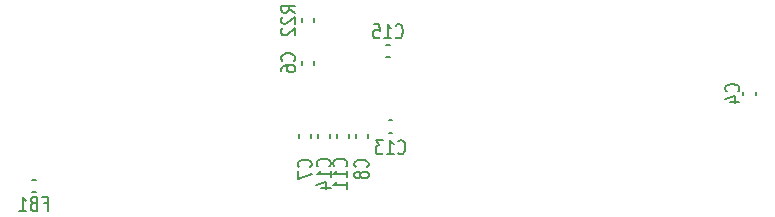
<source format=gbr>
G04 #@! TF.GenerationSoftware,KiCad,Pcbnew,5.1.5+dfsg1-2*
G04 #@! TF.CreationDate,2020-06-27T16:10:21+02:00*
G04 #@! TF.ProjectId,opendeck,6f70656e-6465-4636-9b2e-6b696361645f,1*
G04 #@! TF.SameCoordinates,Original*
G04 #@! TF.FileFunction,Legend,Bot*
G04 #@! TF.FilePolarity,Positive*
%FSLAX46Y46*%
G04 Gerber Fmt 4.6, Leading zero omitted, Abs format (unit mm)*
G04 Created by KiCad (PCBNEW 5.1.5+dfsg1-2) date 2020-06-27 16:10:21*
%MOMM*%
%LPD*%
G04 APERTURE LIST*
%ADD10C,0.200000*%
%ADD11C,0.160000*%
G04 APERTURE END LIST*
D10*
X105837221Y-115490000D02*
X106162779Y-115490000D01*
X105837221Y-116510000D02*
X106162779Y-116510000D01*
X100090000Y-123362779D02*
X100090000Y-123037221D01*
X101110000Y-123362779D02*
X101110000Y-123037221D01*
X106362779Y-122910000D02*
X106037221Y-122910000D01*
X106362779Y-121890000D02*
X106037221Y-121890000D01*
X98690000Y-113562779D02*
X98690000Y-113237221D01*
X99710000Y-113562779D02*
X99710000Y-113237221D01*
X76162779Y-127910000D02*
X75837221Y-127910000D01*
X76162779Y-126890000D02*
X75837221Y-126890000D01*
X136090000Y-119762779D02*
X136090000Y-119437221D01*
X137110000Y-119762779D02*
X137110000Y-119437221D01*
X103290000Y-123362779D02*
X103290000Y-123037221D01*
X104310000Y-123362779D02*
X104310000Y-123037221D01*
X98490000Y-123362779D02*
X98490000Y-123037221D01*
X99510000Y-123362779D02*
X99510000Y-123037221D01*
X99710000Y-116837221D02*
X99710000Y-117162779D01*
X98690000Y-116837221D02*
X98690000Y-117162779D01*
X101690000Y-123362779D02*
X101690000Y-123037221D01*
X102710000Y-123362779D02*
X102710000Y-123037221D01*
D11*
X106642857Y-114828571D02*
X106690476Y-114885714D01*
X106833333Y-114942857D01*
X106928571Y-114942857D01*
X107071428Y-114885714D01*
X107166666Y-114771428D01*
X107214285Y-114657142D01*
X107261904Y-114428571D01*
X107261904Y-114257142D01*
X107214285Y-114028571D01*
X107166666Y-113914285D01*
X107071428Y-113800000D01*
X106928571Y-113742857D01*
X106833333Y-113742857D01*
X106690476Y-113800000D01*
X106642857Y-113857142D01*
X105690476Y-114942857D02*
X106261904Y-114942857D01*
X105976190Y-114942857D02*
X105976190Y-113742857D01*
X106071428Y-113914285D01*
X106166666Y-114028571D01*
X106261904Y-114085714D01*
X104785714Y-113742857D02*
X105261904Y-113742857D01*
X105309523Y-114314285D01*
X105261904Y-114257142D01*
X105166666Y-114200000D01*
X104928571Y-114200000D01*
X104833333Y-114257142D01*
X104785714Y-114314285D01*
X104738095Y-114428571D01*
X104738095Y-114714285D01*
X104785714Y-114828571D01*
X104833333Y-114885714D01*
X104928571Y-114942857D01*
X105166666Y-114942857D01*
X105261904Y-114885714D01*
X105309523Y-114828571D01*
X101028571Y-125757142D02*
X101085714Y-125709523D01*
X101142857Y-125566666D01*
X101142857Y-125471428D01*
X101085714Y-125328571D01*
X100971428Y-125233333D01*
X100857142Y-125185714D01*
X100628571Y-125138095D01*
X100457142Y-125138095D01*
X100228571Y-125185714D01*
X100114285Y-125233333D01*
X100000000Y-125328571D01*
X99942857Y-125471428D01*
X99942857Y-125566666D01*
X100000000Y-125709523D01*
X100057142Y-125757142D01*
X101142857Y-126709523D02*
X101142857Y-126138095D01*
X101142857Y-126423809D02*
X99942857Y-126423809D01*
X100114285Y-126328571D01*
X100228571Y-126233333D01*
X100285714Y-126138095D01*
X100342857Y-127566666D02*
X101142857Y-127566666D01*
X99885714Y-127328571D02*
X100742857Y-127090476D01*
X100742857Y-127709523D01*
X106842857Y-124628571D02*
X106890476Y-124685714D01*
X107033333Y-124742857D01*
X107128571Y-124742857D01*
X107271428Y-124685714D01*
X107366666Y-124571428D01*
X107414285Y-124457142D01*
X107461904Y-124228571D01*
X107461904Y-124057142D01*
X107414285Y-123828571D01*
X107366666Y-123714285D01*
X107271428Y-123600000D01*
X107128571Y-123542857D01*
X107033333Y-123542857D01*
X106890476Y-123600000D01*
X106842857Y-123657142D01*
X105890476Y-124742857D02*
X106461904Y-124742857D01*
X106176190Y-124742857D02*
X106176190Y-123542857D01*
X106271428Y-123714285D01*
X106366666Y-123828571D01*
X106461904Y-123885714D01*
X105557142Y-123542857D02*
X104938095Y-123542857D01*
X105271428Y-124000000D01*
X105128571Y-124000000D01*
X105033333Y-124057142D01*
X104985714Y-124114285D01*
X104938095Y-124228571D01*
X104938095Y-124514285D01*
X104985714Y-124628571D01*
X105033333Y-124685714D01*
X105128571Y-124742857D01*
X105414285Y-124742857D01*
X105509523Y-124685714D01*
X105557142Y-124628571D01*
X98142857Y-112757142D02*
X97571428Y-112423809D01*
X98142857Y-112185714D02*
X96942857Y-112185714D01*
X96942857Y-112566666D01*
X97000000Y-112661904D01*
X97057142Y-112709523D01*
X97171428Y-112757142D01*
X97342857Y-112757142D01*
X97457142Y-112709523D01*
X97514285Y-112661904D01*
X97571428Y-112566666D01*
X97571428Y-112185714D01*
X97057142Y-113138095D02*
X97000000Y-113185714D01*
X96942857Y-113280952D01*
X96942857Y-113519047D01*
X97000000Y-113614285D01*
X97057142Y-113661904D01*
X97171428Y-113709523D01*
X97285714Y-113709523D01*
X97457142Y-113661904D01*
X98142857Y-113090476D01*
X98142857Y-113709523D01*
X97057142Y-114090476D02*
X97000000Y-114138095D01*
X96942857Y-114233333D01*
X96942857Y-114471428D01*
X97000000Y-114566666D01*
X97057142Y-114614285D01*
X97171428Y-114661904D01*
X97285714Y-114661904D01*
X97457142Y-114614285D01*
X98142857Y-114042857D01*
X98142857Y-114661904D01*
X76833333Y-128914285D02*
X77166666Y-128914285D01*
X77166666Y-129542857D02*
X77166666Y-128342857D01*
X76690476Y-128342857D01*
X75976190Y-128914285D02*
X75833333Y-128971428D01*
X75785714Y-129028571D01*
X75738095Y-129142857D01*
X75738095Y-129314285D01*
X75785714Y-129428571D01*
X75833333Y-129485714D01*
X75928571Y-129542857D01*
X76309523Y-129542857D01*
X76309523Y-128342857D01*
X75976190Y-128342857D01*
X75880952Y-128400000D01*
X75833333Y-128457142D01*
X75785714Y-128571428D01*
X75785714Y-128685714D01*
X75833333Y-128800000D01*
X75880952Y-128857142D01*
X75976190Y-128914285D01*
X76309523Y-128914285D01*
X74785714Y-129542857D02*
X75357142Y-129542857D01*
X75071428Y-129542857D02*
X75071428Y-128342857D01*
X75166666Y-128514285D01*
X75261904Y-128628571D01*
X75357142Y-128685714D01*
X135628571Y-119433333D02*
X135685714Y-119385714D01*
X135742857Y-119242857D01*
X135742857Y-119147619D01*
X135685714Y-119004761D01*
X135571428Y-118909523D01*
X135457142Y-118861904D01*
X135228571Y-118814285D01*
X135057142Y-118814285D01*
X134828571Y-118861904D01*
X134714285Y-118909523D01*
X134600000Y-119004761D01*
X134542857Y-119147619D01*
X134542857Y-119242857D01*
X134600000Y-119385714D01*
X134657142Y-119433333D01*
X134942857Y-120290476D02*
X135742857Y-120290476D01*
X134485714Y-120052380D02*
X135342857Y-119814285D01*
X135342857Y-120433333D01*
X104228571Y-125833333D02*
X104285714Y-125785714D01*
X104342857Y-125642857D01*
X104342857Y-125547619D01*
X104285714Y-125404761D01*
X104171428Y-125309523D01*
X104057142Y-125261904D01*
X103828571Y-125214285D01*
X103657142Y-125214285D01*
X103428571Y-125261904D01*
X103314285Y-125309523D01*
X103200000Y-125404761D01*
X103142857Y-125547619D01*
X103142857Y-125642857D01*
X103200000Y-125785714D01*
X103257142Y-125833333D01*
X103657142Y-126404761D02*
X103600000Y-126309523D01*
X103542857Y-126261904D01*
X103428571Y-126214285D01*
X103371428Y-126214285D01*
X103257142Y-126261904D01*
X103200000Y-126309523D01*
X103142857Y-126404761D01*
X103142857Y-126595238D01*
X103200000Y-126690476D01*
X103257142Y-126738095D01*
X103371428Y-126785714D01*
X103428571Y-126785714D01*
X103542857Y-126738095D01*
X103600000Y-126690476D01*
X103657142Y-126595238D01*
X103657142Y-126404761D01*
X103714285Y-126309523D01*
X103771428Y-126261904D01*
X103885714Y-126214285D01*
X104114285Y-126214285D01*
X104228571Y-126261904D01*
X104285714Y-126309523D01*
X104342857Y-126404761D01*
X104342857Y-126595238D01*
X104285714Y-126690476D01*
X104228571Y-126738095D01*
X104114285Y-126785714D01*
X103885714Y-126785714D01*
X103771428Y-126738095D01*
X103714285Y-126690476D01*
X103657142Y-126595238D01*
X99428571Y-125833333D02*
X99485714Y-125785714D01*
X99542857Y-125642857D01*
X99542857Y-125547619D01*
X99485714Y-125404761D01*
X99371428Y-125309523D01*
X99257142Y-125261904D01*
X99028571Y-125214285D01*
X98857142Y-125214285D01*
X98628571Y-125261904D01*
X98514285Y-125309523D01*
X98400000Y-125404761D01*
X98342857Y-125547619D01*
X98342857Y-125642857D01*
X98400000Y-125785714D01*
X98457142Y-125833333D01*
X98342857Y-126166666D02*
X98342857Y-126833333D01*
X99542857Y-126404761D01*
X98028571Y-116833333D02*
X98085714Y-116785714D01*
X98142857Y-116642857D01*
X98142857Y-116547619D01*
X98085714Y-116404761D01*
X97971428Y-116309523D01*
X97857142Y-116261904D01*
X97628571Y-116214285D01*
X97457142Y-116214285D01*
X97228571Y-116261904D01*
X97114285Y-116309523D01*
X97000000Y-116404761D01*
X96942857Y-116547619D01*
X96942857Y-116642857D01*
X97000000Y-116785714D01*
X97057142Y-116833333D01*
X96942857Y-117690476D02*
X96942857Y-117500000D01*
X97000000Y-117404761D01*
X97057142Y-117357142D01*
X97228571Y-117261904D01*
X97457142Y-117214285D01*
X97914285Y-117214285D01*
X98028571Y-117261904D01*
X98085714Y-117309523D01*
X98142857Y-117404761D01*
X98142857Y-117595238D01*
X98085714Y-117690476D01*
X98028571Y-117738095D01*
X97914285Y-117785714D01*
X97628571Y-117785714D01*
X97514285Y-117738095D01*
X97457142Y-117690476D01*
X97400000Y-117595238D01*
X97400000Y-117404761D01*
X97457142Y-117309523D01*
X97514285Y-117261904D01*
X97628571Y-117214285D01*
X102428571Y-125757142D02*
X102485714Y-125709523D01*
X102542857Y-125566666D01*
X102542857Y-125471428D01*
X102485714Y-125328571D01*
X102371428Y-125233333D01*
X102257142Y-125185714D01*
X102028571Y-125138095D01*
X101857142Y-125138095D01*
X101628571Y-125185714D01*
X101514285Y-125233333D01*
X101400000Y-125328571D01*
X101342857Y-125471428D01*
X101342857Y-125566666D01*
X101400000Y-125709523D01*
X101457142Y-125757142D01*
X102542857Y-126709523D02*
X102542857Y-126138095D01*
X102542857Y-126423809D02*
X101342857Y-126423809D01*
X101514285Y-126328571D01*
X101628571Y-126233333D01*
X101685714Y-126138095D01*
X102542857Y-127661904D02*
X102542857Y-127090476D01*
X102542857Y-127376190D02*
X101342857Y-127376190D01*
X101514285Y-127280952D01*
X101628571Y-127185714D01*
X101685714Y-127090476D01*
M02*

</source>
